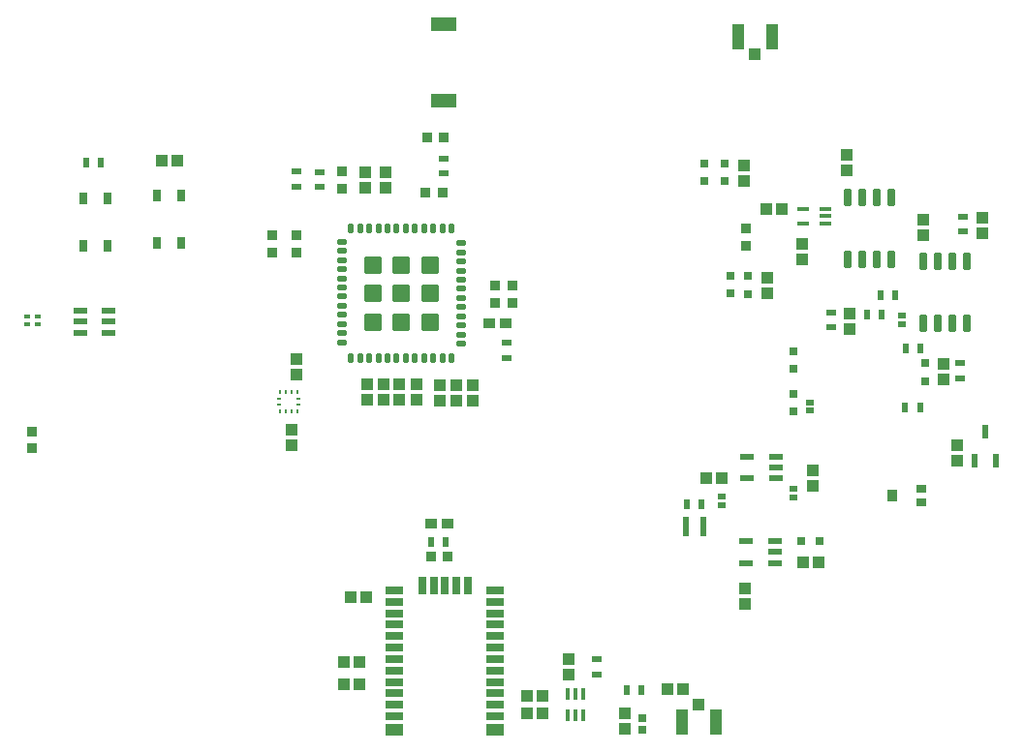
<source format=gbr>
%TF.GenerationSoftware,Altium Limited,Altium Designer,19.1.9 (167)*%
G04 Layer_Color=8421504*
%FSLAX26Y26*%
%MOIN*%
%TF.FileFunction,Paste,Top*%
%TF.Part,Single*%
G01*
G75*
%TA.AperFunction,SMDPad,CuDef*%
%ADD10R,0.041339X0.041339*%
%ADD11R,0.041339X0.041339*%
%ADD12R,0.025591X0.041339*%
%ADD13R,0.047244X0.023622*%
%ADD14R,0.041339X0.015748*%
%ADD15R,0.015748X0.041339*%
%ADD16R,0.023622X0.070866*%
%ADD17R,0.041340X0.086610*%
%ADD18R,0.039370X0.041340*%
%ADD19R,0.086614X0.047244*%
%ADD20R,0.018701X0.014764*%
G04:AMPARAMS|DCode=21|XSize=59.055mil|YSize=59.055mil|CornerRadius=2.953mil|HoleSize=0mil|Usage=FLASHONLY|Rotation=180.000|XOffset=0mil|YOffset=0mil|HoleType=Round|Shape=RoundedRectangle|*
%AMROUNDEDRECTD21*
21,1,0.059055,0.053150,0,0,180.0*
21,1,0.053150,0.059055,0,0,180.0*
1,1,0.005906,-0.026575,0.026575*
1,1,0.005906,0.026575,0.026575*
1,1,0.005906,0.026575,-0.026575*
1,1,0.005906,-0.026575,-0.026575*
%
%ADD21ROUNDEDRECTD21*%
G04:AMPARAMS|DCode=22|XSize=19.685mil|YSize=31.496mil|CornerRadius=3.937mil|HoleSize=0mil|Usage=FLASHONLY|Rotation=270.000|XOffset=0mil|YOffset=0mil|HoleType=Round|Shape=RoundedRectangle|*
%AMROUNDEDRECTD22*
21,1,0.019685,0.023622,0,0,270.0*
21,1,0.011811,0.031496,0,0,270.0*
1,1,0.007874,-0.011811,-0.005906*
1,1,0.007874,-0.011811,0.005906*
1,1,0.007874,0.011811,0.005906*
1,1,0.007874,0.011811,-0.005906*
%
%ADD22ROUNDEDRECTD22*%
G04:AMPARAMS|DCode=23|XSize=19.685mil|YSize=31.496mil|CornerRadius=3.937mil|HoleSize=0mil|Usage=FLASHONLY|Rotation=180.000|XOffset=0mil|YOffset=0mil|HoleType=Round|Shape=RoundedRectangle|*
%AMROUNDEDRECTD23*
21,1,0.019685,0.023622,0,0,180.0*
21,1,0.011811,0.031496,0,0,180.0*
1,1,0.007874,-0.005906,0.011811*
1,1,0.007874,0.005906,0.011811*
1,1,0.007874,0.005906,-0.011811*
1,1,0.007874,-0.005906,-0.011811*
%
%ADD23ROUNDEDRECTD23*%
%ADD24R,0.035433X0.025591*%
%ADD25R,0.035433X0.039370*%
%ADD26R,0.027559X0.019685*%
%ADD27R,0.023622X0.033465*%
%ADD28R,0.033465X0.023622*%
G04:AMPARAMS|DCode=29|XSize=23.622mil|YSize=57.087mil|CornerRadius=2.008mil|HoleSize=0mil|Usage=FLASHONLY|Rotation=180.000|XOffset=0mil|YOffset=0mil|HoleType=Round|Shape=RoundedRectangle|*
%AMROUNDEDRECTD29*
21,1,0.023622,0.053071,0,0,180.0*
21,1,0.019606,0.057087,0,0,180.0*
1,1,0.004016,-0.009803,0.026535*
1,1,0.004016,0.009803,0.026535*
1,1,0.004016,0.009803,-0.026535*
1,1,0.004016,-0.009803,-0.026535*
%
%ADD29ROUNDEDRECTD29*%
%ADD30R,0.059055X0.027559*%
%ADD31R,0.059055X0.039370*%
%ADD32R,0.027559X0.059055*%
%ADD33R,0.031496X0.029748*%
%ADD34R,0.040000X0.035000*%
%ADD35R,0.037000X0.038000*%
%ADD36R,0.029748X0.031496*%
%ADD37R,0.038000X0.037000*%
%ADD38R,0.023622X0.045276*%
%ADD39R,0.028346X0.027165*%
%ADD40R,0.011024X0.016142*%
%ADD41R,0.016142X0.011024*%
D10*
X3181000Y921425D02*
D03*
Y974575D02*
D03*
X3298000Y2062575D02*
D03*
Y2009425D02*
D03*
X2534000Y138575D02*
D03*
Y85425D02*
D03*
X2340000Y324575D02*
D03*
Y271425D02*
D03*
X3308000Y1516575D02*
D03*
Y1463425D02*
D03*
X3763000Y1794425D02*
D03*
Y1847575D02*
D03*
X1711000Y2001575D02*
D03*
Y1948425D02*
D03*
X2011000Y1217425D02*
D03*
Y1270575D02*
D03*
X1818000Y1220425D02*
D03*
Y1273575D02*
D03*
X1647000Y1220425D02*
D03*
Y1273575D02*
D03*
X1387000Y1115575D02*
D03*
Y1062425D02*
D03*
X3629928Y1342230D02*
D03*
Y1289080D02*
D03*
X3025000Y1638575D02*
D03*
Y1585425D02*
D03*
X2942000Y2027575D02*
D03*
Y1974425D02*
D03*
X3144000Y1754575D02*
D03*
Y1701425D02*
D03*
X3561000Y1840575D02*
D03*
Y1787425D02*
D03*
X2947000Y516425D02*
D03*
Y569575D02*
D03*
X3678000Y1061575D02*
D03*
Y1008425D02*
D03*
X1403000Y1359575D02*
D03*
Y1306425D02*
D03*
X1955000Y1270575D02*
D03*
Y1217425D02*
D03*
X1898000Y1270575D02*
D03*
Y1217425D02*
D03*
X1758000Y1273575D02*
D03*
Y1220425D02*
D03*
X1702500Y1273575D02*
D03*
Y1220425D02*
D03*
X1641000Y2002575D02*
D03*
Y1949425D02*
D03*
D11*
X3020425Y1877000D02*
D03*
X3073575D02*
D03*
X2249575Y140000D02*
D03*
X2196425D02*
D03*
X2249575Y200000D02*
D03*
X2196425D02*
D03*
X2732575Y222000D02*
D03*
X2679425D02*
D03*
X1621575Y238000D02*
D03*
X1568425D02*
D03*
X1621575Y316000D02*
D03*
X1568425D02*
D03*
X1589425Y538000D02*
D03*
X1642575D02*
D03*
X2813425Y949000D02*
D03*
X2866575D02*
D03*
X941850Y2042000D02*
D03*
X995000D02*
D03*
X3201575Y659000D02*
D03*
X3148425D02*
D03*
D12*
X754748Y1912693D02*
D03*
Y1749307D02*
D03*
X670102Y1912693D02*
D03*
Y1749307D02*
D03*
X923677Y1758307D02*
D03*
Y1921693D02*
D03*
X1008323Y1758307D02*
D03*
Y1921693D02*
D03*
D13*
X659787Y1525402D02*
D03*
Y1488000D02*
D03*
Y1450598D02*
D03*
X758213D02*
D03*
Y1488000D02*
D03*
Y1525402D02*
D03*
X2950787Y657598D02*
D03*
Y732402D02*
D03*
X3049213D02*
D03*
Y695000D02*
D03*
Y657598D02*
D03*
X2953787Y948598D02*
D03*
Y1023402D02*
D03*
X3052213D02*
D03*
Y986000D02*
D03*
Y948598D02*
D03*
D14*
X3222402Y1826409D02*
D03*
Y1852000D02*
D03*
Y1877591D02*
D03*
X3147598D02*
D03*
Y1826409D02*
D03*
D15*
X2337409Y131598D02*
D03*
X2363000D02*
D03*
X2388591D02*
D03*
Y206402D02*
D03*
X2363000D02*
D03*
X2337409D02*
D03*
D16*
X2802528Y784354D02*
D03*
X2743472D02*
D03*
D17*
X2922930Y2469000D02*
D03*
X3039070D02*
D03*
X2846070Y109000D02*
D03*
X2729930D02*
D03*
D18*
X2981000Y2408960D02*
D03*
X2788000Y169040D02*
D03*
D19*
X1910000Y2248110D02*
D03*
Y2511890D02*
D03*
D20*
X476787Y1506307D02*
D03*
Y1479693D02*
D03*
X515173D02*
D03*
Y1506307D02*
D03*
D21*
X1862685Y1683984D02*
D03*
Y1585559D02*
D03*
Y1487134D02*
D03*
X1764260Y1683984D02*
D03*
Y1585559D02*
D03*
Y1487134D02*
D03*
X1665835Y1683984D02*
D03*
Y1585559D02*
D03*
Y1487134D02*
D03*
D22*
X1559535Y1763709D02*
D03*
Y1732213D02*
D03*
Y1700717D02*
D03*
Y1669221D02*
D03*
Y1637725D02*
D03*
Y1606228D02*
D03*
Y1574732D02*
D03*
Y1543236D02*
D03*
Y1511740D02*
D03*
Y1480244D02*
D03*
Y1448748D02*
D03*
Y1417252D02*
D03*
X1968984Y1412331D02*
D03*
Y1443827D02*
D03*
Y1475323D02*
D03*
Y1506819D02*
D03*
Y1538315D02*
D03*
Y1569811D02*
D03*
Y1601307D02*
D03*
Y1632803D02*
D03*
Y1664299D02*
D03*
Y1695795D02*
D03*
Y1727291D02*
D03*
Y1758787D02*
D03*
D23*
X1591032Y1808000D02*
D03*
X1622527D02*
D03*
X1654024D02*
D03*
X1685520D02*
D03*
X1717016D02*
D03*
X1748512D02*
D03*
X1780008D02*
D03*
X1811504D02*
D03*
X1843000D02*
D03*
X1874496D02*
D03*
X1905992D02*
D03*
X1937488D02*
D03*
Y1363118D02*
D03*
X1905992D02*
D03*
X1874496D02*
D03*
X1843000D02*
D03*
X1811504D02*
D03*
X1780008D02*
D03*
X1748512D02*
D03*
X1717016D02*
D03*
X1685520D02*
D03*
X1654024D02*
D03*
X1622527D02*
D03*
X1591032D02*
D03*
D24*
X3552213Y911638D02*
D03*
Y866362D02*
D03*
D25*
X3453787Y889000D02*
D03*
D26*
X3169000Y1181236D02*
D03*
Y1210764D02*
D03*
X3113000Y913764D02*
D03*
Y884236D02*
D03*
X3486000Y1509764D02*
D03*
Y1480236D02*
D03*
X2868000Y855236D02*
D03*
Y884764D02*
D03*
D27*
X3500410Y1397000D02*
D03*
X3551591D02*
D03*
X679835Y2037000D02*
D03*
X731016D02*
D03*
X2540410Y219000D02*
D03*
X2591591D02*
D03*
X3498410Y1194000D02*
D03*
X3549591D02*
D03*
X2796590Y859000D02*
D03*
X2745409D02*
D03*
X1866409Y729000D02*
D03*
X1917591D02*
D03*
X3413410Y1579000D02*
D03*
X3464591D02*
D03*
X3417590Y1514000D02*
D03*
X3366409D02*
D03*
D28*
X2438000Y325591D02*
D03*
Y274409D02*
D03*
X3242000Y1519591D02*
D03*
Y1468409D02*
D03*
X1911000Y2049352D02*
D03*
Y1998171D02*
D03*
X3687000Y1345591D02*
D03*
Y1294409D02*
D03*
X1403000Y2004591D02*
D03*
Y1953409D02*
D03*
X1482000Y2003591D02*
D03*
Y1952409D02*
D03*
X2127000Y1414591D02*
D03*
Y1363409D02*
D03*
X3696000Y1798409D02*
D03*
Y1849591D02*
D03*
D29*
X3299000Y1702716D02*
D03*
X3349000D02*
D03*
X3399000D02*
D03*
X3449000D02*
D03*
X3299000Y1917283D02*
D03*
X3349000D02*
D03*
X3399000D02*
D03*
X3449000D02*
D03*
X3561000Y1482716D02*
D03*
X3611000D02*
D03*
X3661000D02*
D03*
X3711000D02*
D03*
X3561000Y1697283D02*
D03*
X3611000D02*
D03*
X3661000D02*
D03*
X3711000D02*
D03*
D30*
X1741543Y562591D02*
D03*
Y523221D02*
D03*
Y483850D02*
D03*
Y444480D02*
D03*
Y405110D02*
D03*
Y365740D02*
D03*
Y326370D02*
D03*
Y287000D02*
D03*
Y247630D02*
D03*
Y208260D02*
D03*
Y168890D02*
D03*
Y129520D02*
D03*
X2088000D02*
D03*
Y168890D02*
D03*
Y208260D02*
D03*
Y247630D02*
D03*
Y287000D02*
D03*
Y326370D02*
D03*
Y365740D02*
D03*
Y405110D02*
D03*
Y444480D02*
D03*
Y483850D02*
D03*
Y523221D02*
D03*
Y562591D02*
D03*
D31*
X1741543Y84244D02*
D03*
X2088000D02*
D03*
D32*
X1993512Y578339D02*
D03*
X1954142D02*
D03*
X1914772D02*
D03*
X1875402D02*
D03*
X1836032D02*
D03*
D33*
X3568000Y1284378D02*
D03*
Y1345622D02*
D03*
X2896000Y1585378D02*
D03*
Y1646622D02*
D03*
X2958000Y1645622D02*
D03*
Y1584378D02*
D03*
X2876000Y2032622D02*
D03*
Y1971378D02*
D03*
X2807000Y1972378D02*
D03*
Y2033622D02*
D03*
X3114000Y1326378D02*
D03*
Y1387622D02*
D03*
X3112000Y1179378D02*
D03*
Y1240622D02*
D03*
D34*
X2123000Y1482000D02*
D03*
X2067000D02*
D03*
X1868000Y792000D02*
D03*
X1924000D02*
D03*
D35*
X493000Y1110500D02*
D03*
Y1051500D02*
D03*
X1560000Y2006500D02*
D03*
Y1947500D02*
D03*
X2949000Y1809500D02*
D03*
Y1750500D02*
D03*
X1402000Y1727500D02*
D03*
Y1786500D02*
D03*
X1321000Y1785500D02*
D03*
Y1726500D02*
D03*
D36*
X3202622Y733000D02*
D03*
X3141378D02*
D03*
D37*
X1865500Y679000D02*
D03*
X1924500D02*
D03*
X2086500Y1612000D02*
D03*
X2145500D02*
D03*
X2086500Y1554000D02*
D03*
X2145500D02*
D03*
X1847500Y1933000D02*
D03*
X1906500D02*
D03*
X1852500Y2122000D02*
D03*
X1911500D02*
D03*
D38*
X3774000Y1108213D02*
D03*
X3811402Y1009787D02*
D03*
X3736598D02*
D03*
D39*
X2595000Y82118D02*
D03*
Y121882D02*
D03*
D40*
X1347472Y1180913D02*
D03*
X1367158D02*
D03*
X1386842D02*
D03*
X1406528D02*
D03*
Y1245087D02*
D03*
X1386842D02*
D03*
X1367158D02*
D03*
X1347472D02*
D03*
D41*
X1409087Y1203158D02*
D03*
Y1222842D02*
D03*
X1344913D02*
D03*
Y1203158D02*
D03*
%TF.MD5,cfa4e373b56315fae44accc6b2fb0e72*%
M02*

</source>
